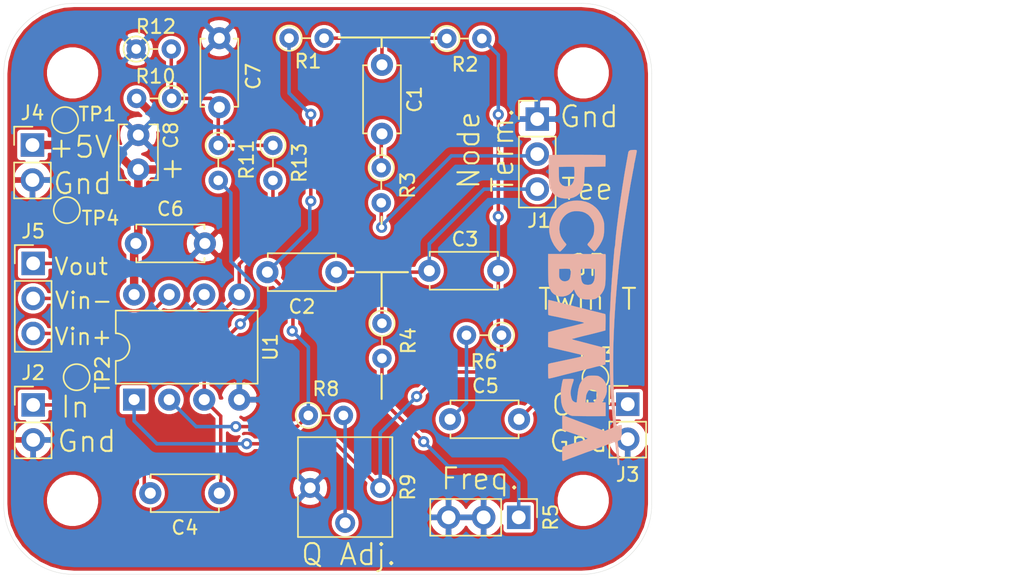
<source format=kicad_pcb>
(kicad_pcb (version 20171130) (host pcbnew 5.1.9+dfsg1-1)
  (layers (0 F.Cu signal) (31 B.Cu signal) (34 B.Paste user hide) (35 F.Paste user) (36 B.SilkS user) (37 F.SilkS user) (38 B.Mask user hide) (39 F.Mask user hide) (44 Edge.Cuts user))
  (net 0 "")
  (net 1 GNDREF)
  (net 2 "Net-(C4-Pad1)")
  (net 3 "Net-(C2-Pad1)")
  (net 4 "Net-(C2-Pad2)")
  (net 5 +5V)
  (net 6 /Vbias)
  (net 7 /Out)
  (net 8 "Net-(C1-Pad1)")
  (net 9 "Net-(C1-Pad2)")
  (net 10 "Net-(C3-Pad1)")
  (net 11 /In)
  (net 12 "Net-(C5-Pad2)")
  (net 13 "Net-(J1-Pad2)")
  (net 14 "Net-(R4-Pad2)")
  (net 15 "Net-(R8-Pad2)")
  (net 16 /Vout)
  (net 17 /Vin-)
  (net 18 /Vin+)
  (module "_Custom_Footprints:pcb way logo" (layer B.Cu) (at 131.3434 77.0128 270)
    (fp_text reference G*** hide)
    (fp_text value LOGO hide)
  )
  (module MountingHole:MountingHole_3.2mm_M3 (layer F.Cu) (at 92.6338 92.9386)
    (fp_text reference MH1 hide)
    (fp_text value MountingHole)
    (pad "" np_thru_hole circle (at 0.3662 -1.9386) (size 3.2 3.2) (drill 3.2) (layers *.Cu *.Mask))
  )
  (module MountingHole:MountingHole_3.2mm_M3 (layer F.Cu) (at 92.1258 59.2074)
    (fp_text reference MH2 hide)
    (fp_text value MountingHole)
    (pad "" np_thru_hole circle (at 0.8742 0.7926) (size 3.2 3.2) (drill 3.2) (layers *.Cu *.Mask))
  )
  (module MountingHole:MountingHole_3.2mm_M3 (layer F.Cu) (at 158.4706 58.6232)
    (fp_text reference MH3 hide)
    (fp_text value MountingHole)
    (pad "" np_thru_hole circle (at -28.4706 1.3768) (size 3.2 3.2) (drill 3.2) (layers *.Cu *.Mask))
  )
  (module MountingHole:MountingHole_3.2mm_M3 (layer F.Cu) (at 158.3182 93.0402)
    (fp_text reference MH4 hide)
    (fp_text value MountingHole)
    (pad "" np_thru_hole circle (at -28.3182 -2.0402) (size 3.2 3.2) (drill 3.2) (layers *.Cu *.Mask))
  )
  (module Capacitor_THT:C_Disc_D4.7mm_W2.5mm_P5.00mm (layer F.Cu) (at 115.4176 64.4144 90)
    (fp_text reference C1 (at 2.5 2.3622 90) (layer F.SilkS))
    (fp_text value 6n8)
    (pad 1 thru_hole circle (at 0 0 90) (size 1.6 1.6) (drill 0.8) (layers *.Cu *.Mask) (net 8 "Net-(C1-Pad1)"))
    (pad 2 thru_hole circle (at 5 0 90) (size 1.6 1.6) (drill 0.8) (layers *.Cu *.Mask) (net 9 "Net-(C1-Pad2)"))
  )
  (module Capacitor_THT:C_Disc_D4.7mm_W2.5mm_P5.00mm (layer F.Cu) (at 112.1156 74.4474 180)
    (fp_text reference C2 (at 2.5 -2.5) (layer F.SilkS))
    (fp_text value 10n)
    (pad 1 thru_hole circle (at 0 0 180) (size 1.6 1.6) (drill 0.8) (layers *.Cu *.Mask) (net 3 "Net-(C2-Pad1)"))
    (pad 2 thru_hole circle (at 5 0 180) (size 1.6 1.6) (drill 0.8) (layers *.Cu *.Mask) (net 4 "Net-(C2-Pad2)"))
  )
  (module Capacitor_THT:C_Disc_D4.7mm_W2.5mm_P5.00mm (layer F.Cu) (at 123.8466 74.3458 180)
    (fp_text reference C3 (at 2.413 2.286) (layer F.SilkS))
    (fp_text value 22n)
    (pad 2 thru_hole circle (at 5 0 180) (size 1.6 1.6) (drill 0.8) (layers *.Cu *.Mask) (net 3 "Net-(C2-Pad1)"))
    (pad 1 thru_hole circle (at 0 0 180) (size 1.6 1.6) (drill 0.8) (layers *.Cu *.Mask) (net 10 "Net-(C3-Pad1)"))
  )
  (module Capacitor_THT:C_Disc_D4.7mm_W2.5mm_P5.00mm (layer F.Cu) (at 103.632 90.4748 180)
    (fp_text reference C4 (at 2.5 -2.5) (layer F.SilkS))
    (fp_text value 680nF)
    (pad 2 thru_hole circle (at 5 0 180) (size 1.6 1.6) (drill 0.8) (layers *.Cu *.Mask) (net 11 /In))
    (pad 1 thru_hole circle (at 0 0 180) (size 1.6 1.6) (drill 0.8) (layers *.Cu *.Mask) (net 2 "Net-(C4-Pad1)"))
  )
  (module Capacitor_THT:C_Disc_D4.7mm_W2.5mm_P5.00mm (layer F.Cu) (at 125.349 85.1154 180)
    (fp_text reference C5 (at 2.4384 2.413) (layer F.SilkS))
    (fp_text value 680nF)
    (pad 2 thru_hole circle (at 5 0 180) (size 1.6 1.6) (drill 0.8) (layers *.Cu *.Mask) (net 12 "Net-(C5-Pad2)"))
    (pad 1 thru_hole circle (at 0 0 180) (size 1.6 1.6) (drill 0.8) (layers *.Cu *.Mask) (net 7 /Out))
  )
  (module Capacitor_THT:C_Disc_D4.7mm_W2.5mm_P5.00mm (layer F.Cu) (at 97.5868 72.3646)
    (fp_text reference C6 (at 2.5 -2.5) (layer F.SilkS))
    (fp_text value 100nF)
    (pad 1 thru_hole circle (at 0 0) (size 1.6 1.6) (drill 0.8) (layers *.Cu *.Mask) (net 5 +5V))
    (pad 2 thru_hole circle (at 5 0) (size 1.6 1.6) (drill 0.8) (layers *.Cu *.Mask) (net 1 GNDREF))
  )
  (module Capacitor_THT:C_Disc_D4.7mm_W2.5mm_P5.00mm (layer F.Cu) (at 103.632 62.484 90)
    (fp_text reference C7 (at 2.2352 2.4638 90) (layer F.SilkS))
    (fp_text value 100nF)
    (pad 1 thru_hole circle (at 0 0 90) (size 1.6 1.6) (drill 0.8) (layers *.Cu *.Mask) (net 6 /Vbias))
    (pad 2 thru_hole circle (at 5 0 90) (size 1.6 1.6) (drill 0.8) (layers *.Cu *.Mask) (net 1 GNDREF))
  )
  (module Capacitor_THT:C_Disc_D3.8mm_W2.6mm_P2.50mm (layer F.Cu) (at 97.7646 67.0052 90)
    (fp_text reference C8 (at 2.4892 2.3622 90) (layer F.SilkS))
    (fp_text value 4.7uF)
    (pad 1 thru_hole circle (at 0 0 90) (size 1.6 1.6) (drill 0.8) (layers *.Cu *.Mask) (net 5 +5V))
    (pad 2 thru_hole circle (at 2.5 0 90) (size 1.6 1.6) (drill 0.8) (layers *.Cu *.Mask) (net 1 GNDREF))
  )
  (module Connector_PinHeader_2.54mm:PinHeader_1x03_P2.54mm_Vertical (layer F.Cu) (at 126.6698 63.3476)
    (fp_text reference J1 (at 0.127 7.366) (layer F.SilkS))
    (fp_text value Conn_01x03)
    (pad 3 thru_hole oval (at 0 5.08) (size 1.7 1.7) (drill 1) (layers *.Cu *.Mask) (net 3 "Net-(C2-Pad1)"))
    (pad 2 thru_hole oval (at 0 2.54) (size 1.7 1.7) (drill 1) (layers *.Cu *.Mask) (net 13 "Net-(J1-Pad2)"))
    (pad 1 thru_hole rect (at 0 0) (size 1.7 1.7) (drill 1) (layers *.Cu *.Mask) (net 1 GNDREF))
  )
  (module Connector_PinHeader_2.54mm:PinHeader_1x02_P2.54mm_Vertical (layer F.Cu) (at 90.1446 84.074)
    (fp_text reference J2 (at 0 -2.33) (layer F.SilkS))
    (fp_text value Conn_01x02)
    (pad 1 thru_hole rect (at 0 0) (size 1.7 1.7) (drill 1) (layers *.Cu *.Mask) (net 11 /In))
    (pad 2 thru_hole oval (at 0 2.54) (size 1.7 1.7) (drill 1) (layers *.Cu *.Mask) (net 1 GNDREF))
  )
  (module Connector_PinHeader_2.54mm:PinHeader_1x02_P2.54mm_Vertical (layer F.Cu) (at 133.223 84.0232)
    (fp_text reference J3 (at 0 5.1054) (layer F.SilkS))
    (fp_text value Conn_01x02)
    (pad 1 thru_hole rect (at 0 0) (size 1.7 1.7) (drill 1) (layers *.Cu *.Mask) (net 7 /Out))
    (pad 2 thru_hole oval (at 0 2.54) (size 1.7 1.7) (drill 1) (layers *.Cu *.Mask) (net 1 GNDREF))
  )
  (module Connector_PinHeader_2.54mm:PinHeader_1x02_P2.54mm_Vertical (layer F.Cu) (at 90.0938 65.2272)
    (fp_text reference J4 (at 0 -2.33) (layer F.SilkS))
    (fp_text value Conn_01x02)
    (pad 2 thru_hole oval (at 0 2.54) (size 1.7 1.7) (drill 1) (layers *.Cu *.Mask) (net 1 GNDREF))
    (pad 1 thru_hole rect (at 0 0) (size 1.7 1.7) (drill 1) (layers *.Cu *.Mask) (net 5 +5V))
  )
  (module Resistor_THT:R_Axial_DIN0204_L3.6mm_D1.6mm_P2.54mm_Vertical (layer F.Cu) (at 108.6866 57.4802)
    (fp_text reference R1 (at 1.3716 1.6764) (layer F.SilkS))
    (fp_text value 18K)
    (pad 1 thru_hole circle (at 0 0) (size 1.4 1.4) (drill 0.7) (layers *.Cu *.Mask) (net 4 "Net-(C2-Pad2)"))
    (pad 2 thru_hole oval (at 2.54 0) (size 1.4 1.4) (drill 0.7) (layers *.Cu *.Mask) (net 9 "Net-(C1-Pad2)"))
  )
  (module Resistor_THT:R_Axial_DIN0204_L3.6mm_D1.6mm_P2.54mm_Vertical (layer F.Cu) (at 120.1166 57.5056)
    (fp_text reference R2 (at 1.3208 1.8796) (layer F.SilkS))
    (fp_text value 18K)
    (pad 2 thru_hole oval (at 2.54 0) (size 1.4 1.4) (drill 0.7) (layers *.Cu *.Mask) (net 10 "Net-(C3-Pad1)"))
    (pad 1 thru_hole circle (at 0 0) (size 1.4 1.4) (drill 0.7) (layers *.Cu *.Mask) (net 9 "Net-(C1-Pad2)"))
  )
  (module Resistor_THT:R_Axial_DIN0204_L3.6mm_D1.6mm_P2.54mm_Vertical (layer F.Cu) (at 115.3668 66.8782 270)
    (fp_text reference R3 (at 1.27 -1.92 90) (layer F.SilkS))
    (fp_text value 180K)
    (pad 2 thru_hole oval (at 2.54 0 270) (size 1.4 1.4) (drill 0.7) (layers *.Cu *.Mask) (net 13 "Net-(J1-Pad2)"))
    (pad 1 thru_hole circle (at 0 0 270) (size 1.4 1.4) (drill 0.7) (layers *.Cu *.Mask) (net 8 "Net-(C1-Pad1)"))
  )
  (module Resistor_THT:R_Axial_DIN0204_L3.6mm_D1.6mm_P2.54mm_Vertical (layer F.Cu) (at 115.4176 78.1558 270)
    (fp_text reference R4 (at 1.27 -1.92 90) (layer F.SilkS))
    (fp_text value 680)
    (pad 1 thru_hole circle (at 0 0 270) (size 1.4 1.4) (drill 0.7) (layers *.Cu *.Mask) (net 3 "Net-(C2-Pad1)"))
    (pad 2 thru_hole oval (at 2.54 0 270) (size 1.4 1.4) (drill 0.7) (layers *.Cu *.Mask) (net 14 "Net-(R4-Pad2)"))
  )
  (module Connector_PinHeader_2.54mm:PinHeader_1x03_P2.54mm_Vertical (layer F.Cu) (at 125.3236 92.2274 270)
    (fp_text reference R5 (at 0 -2.33 90) (layer F.SilkS))
    (fp_text value 10K)
    (pad 1 thru_hole rect (at 0 0 270) (size 1.7 1.7) (drill 1) (layers *.Cu *.Mask) (net 14 "Net-(R4-Pad2)"))
    (pad 2 thru_hole oval (at 0 2.54 270) (size 1.7 1.7) (drill 1) (layers *.Cu *.Mask) (net 1 GNDREF))
    (pad 3 thru_hole oval (at 0 5.08 270) (size 1.7 1.7) (drill 1) (layers *.Cu *.Mask) (net 1 GNDREF))
  )
  (module Resistor_THT:R_Axial_DIN0204_L3.6mm_D1.6mm_P2.54mm_Vertical (layer F.Cu) (at 124.079 79.0194 180)
    (fp_text reference R6 (at 1.27 -1.92) (layer F.SilkS))
    (fp_text value 100r)
    (pad 1 thru_hole circle (at 0 0 180) (size 1.4 1.4) (drill 0.7) (layers *.Cu *.Mask) (net 10 "Net-(C3-Pad1)"))
    (pad 2 thru_hole oval (at 2.54 0 180) (size 1.4 1.4) (drill 0.7) (layers *.Cu *.Mask) (net 12 "Net-(C5-Pad2)"))
  )
  (module Resistor_THT:R_Axial_DIN0204_L3.6mm_D1.6mm_P2.54mm_Vertical (layer F.Cu) (at 110.0836 84.836)
    (fp_text reference R8 (at 1.27 -1.92) (layer F.SilkS))
    (fp_text value 100K)
    (pad 2 thru_hole oval (at 2.54 0) (size 1.4 1.4) (drill 0.7) (layers *.Cu *.Mask) (net 15 "Net-(R8-Pad2)"))
    (pad 1 thru_hole circle (at 0 0) (size 1.4 1.4) (drill 0.7) (layers *.Cu *.Mask) (net 4 "Net-(C2-Pad2)"))
  )
  (module Potentiometer_THT:Potentiometer_Vishay_T73YP_Vertical (layer F.Cu) (at 110.2106 90.0938 270)
    (fp_text reference R9 (at -0.06 -7.09 90) (layer F.SilkS))
    (fp_text value 10K)
    (pad 3 thru_hole circle (at 0 -5.08 270) (size 1.44 1.44) (drill 0.8) (layers *.Cu *.Mask) (net 10 "Net-(C3-Pad1)"))
    (pad 2 thru_hole circle (at 2.54 -2.54 270) (size 1.44 1.44) (drill 0.8) (layers *.Cu *.Mask) (net 15 "Net-(R8-Pad2)"))
    (pad 1 thru_hole circle (at 0 0 270) (size 1.44 1.44) (drill 0.8) (layers *.Cu *.Mask) (net 1 GNDREF))
  )
  (module Resistor_THT:R_Axial_DIN0204_L3.6mm_D1.6mm_P2.54mm_Vertical (layer F.Cu) (at 100.1776 61.849 180)
    (fp_text reference R10 (at 1.1684 1.6002) (layer F.SilkS))
    (fp_text value 10K)
    (pad 2 thru_hole oval (at 2.54 0 180) (size 1.4 1.4) (drill 0.7) (layers *.Cu *.Mask) (net 5 +5V))
    (pad 1 thru_hole circle (at 0 0 180) (size 1.4 1.4) (drill 0.7) (layers *.Cu *.Mask) (net 6 /Vbias))
  )
  (module Resistor_THT:R_Axial_DIN0204_L3.6mm_D1.6mm_P2.54mm_Vertical (layer F.Cu) (at 103.5558 65.2526 270)
    (fp_text reference R11 (at 1.0414 -2.0574 90) (layer F.SilkS))
    (fp_text value 1M)
    (pad 1 thru_hole circle (at 0 0 270) (size 1.4 1.4) (drill 0.7) (layers *.Cu *.Mask) (net 6 /Vbias))
    (pad 2 thru_hole oval (at 2.54 0 270) (size 1.4 1.4) (drill 0.7) (layers *.Cu *.Mask) (net 2 "Net-(C4-Pad1)"))
  )
  (module Resistor_THT:R_Axial_DIN0204_L3.6mm_D1.6mm_P2.54mm_Vertical (layer F.Cu) (at 97.6122 58.2676)
    (fp_text reference R12 (at 1.4224 -1.6256) (layer F.SilkS))
    (fp_text value 4K3)
    (pad 1 thru_hole circle (at 0 0) (size 1.4 1.4) (drill 0.7) (layers *.Cu *.Mask) (net 1 GNDREF))
    (pad 2 thru_hole oval (at 2.54 0) (size 1.4 1.4) (drill 0.7) (layers *.Cu *.Mask) (net 6 /Vbias))
  )
  (module TestPoint:TestPoint_Pad_D1.5mm (layer F.Cu) (at 92.456 63.4238)
    (fp_text reference TP1 (at 2.3368 -0.4318) (layer F.SilkS))
    (fp_text value TestPoint)
    (pad 1 smd circle (at 0 0) (size 1.5 1.5) (layers F.Cu F.Mask) (net 5 +5V))
  )
  (module TestPoint:TestPoint_Pad_D1.5mm (layer F.Cu) (at 93.2942 82.0674)
    (fp_text reference TP2 (at 1.8796 -0.2032 90) (layer F.SilkS))
    (fp_text value TestPoint)
    (pad 1 smd circle (at 0 0) (size 1.5 1.5) (layers F.Cu F.Mask) (net 11 /In))
  )
  (module TestPoint:TestPoint_Pad_D1.5mm (layer F.Cu) (at 130.8862 82.0928)
    (fp_text reference TP3 (at 0 -1.648) (layer F.SilkS))
    (fp_text value TestPoint)
    (pad 1 smd circle (at 0 0) (size 1.5 1.5) (layers F.Cu F.Mask) (net 7 /Out))
  )
  (module TestPoint:TestPoint_Pad_D1.5mm (layer F.Cu) (at 92.583 69.9516)
    (fp_text reference TP4 (at 2.4384 0.5842) (layer F.SilkS))
    (fp_text value TestPoint)
    (pad 1 smd circle (at 0 0) (size 1.5 1.5) (layers F.Cu F.Mask) (net 1 GNDREF))
  )
  (module Package_DIP:DIP-8_W7.62mm (layer F.Cu) (at 97.4598 83.693 90)
    (fp_text reference U1 (at 3.81 9.8806 90) (layer F.SilkS))
    (fp_text value LM358)
    (pad 1 thru_hole rect (at 0 0 90) (size 1.6 1.6) (drill 0.8) (layers *.Cu *.Mask) (net 10 "Net-(C3-Pad1)"))
    (pad 5 thru_hole oval (at 7.62 7.62 90) (size 1.6 1.6) (drill 0.8) (layers *.Cu *.Mask) (net 18 /Vin+))
    (pad 2 thru_hole oval (at 0 2.54 90) (size 1.6 1.6) (drill 0.8) (layers *.Cu *.Mask) (net 4 "Net-(C2-Pad2)"))
    (pad 6 thru_hole oval (at 7.62 5.08 90) (size 1.6 1.6) (drill 0.8) (layers *.Cu *.Mask) (net 17 /Vin-))
    (pad 3 thru_hole oval (at 0 5.08 90) (size 1.6 1.6) (drill 0.8) (layers *.Cu *.Mask) (net 2 "Net-(C4-Pad1)"))
    (pad 7 thru_hole oval (at 7.62 2.54 90) (size 1.6 1.6) (drill 0.8) (layers *.Cu *.Mask) (net 16 /Vout))
    (pad 4 thru_hole oval (at 0 7.62 90) (size 1.6 1.6) (drill 0.8) (layers *.Cu *.Mask) (net 1 GNDREF))
    (pad 8 thru_hole oval (at 7.62 0 90) (size 1.6 1.6) (drill 0.8) (layers *.Cu *.Mask) (net 5 +5V))
  )
  (module Connector_PinHeader_2.54mm:PinHeader_1x03_P2.54mm_Vertical (layer F.Cu) (at 90.1446 73.8124)
    (fp_text reference J5 (at 0 -2.33) (layer F.SilkS))
    (fp_text value Conn_01x03)
    (pad 1 thru_hole rect (at 0 0) (size 1.7 1.7) (drill 1) (layers *.Cu *.Mask) (net 16 /Vout))
    (pad 2 thru_hole oval (at 0 2.54) (size 1.7 1.7) (drill 1) (layers *.Cu *.Mask) (net 17 /Vin-))
    (pad 3 thru_hole oval (at 0 5.08) (size 1.7 1.7) (drill 1) (layers *.Cu *.Mask) (net 18 /Vin+))
  )
  (module Resistor_THT:R_Axial_DIN0204_L3.6mm_D1.6mm_P2.54mm_Vertical (layer F.Cu) (at 107.5182 65.2526 270)
    (fp_text reference R13 (at 1.27 -1.92 90) (layer F.SilkS))
    (fp_text value 1M)
    (pad 1 thru_hole circle (at 0 0 270) (size 1.4 1.4) (drill 0.7) (layers *.Cu *.Mask) (net 6 /Vbias))
    (pad 2 thru_hole oval (at 2.54 0 270) (size 1.4 1.4) (drill 0.7) (layers *.Cu *.Mask) (net 18 /Vin+))
  )
  (gr_line (start 115.4176 65.4558) (end 115.4176 65.9384) (layer F.SilkS) (width 0.15))
  (gr_line (start 112.2934 57.4294) (end 118.8466 57.4294) (layer F.SilkS) (width 0.15))
  (gr_line (start 115.3922 57.4294) (end 115.3922 58.1406) (layer F.SilkS) (width 0.15))
  (gr_line (start 115.3922 70.4342) (end 115.3922 70.9422) (layer F.SilkS) (width 0.15))
  (gr_line (start 115.3922 81.8388) (end 115.3922 83.6422) (layer F.SilkS) (width 0.15))
  (gr_line (start 115.3922 74.4728) (end 115.3922 76.9366) (layer F.SilkS) (width 0.15))
  (gr_line (start 117.2972 74.4474) (end 113.5888 74.4474) (layer F.SilkS) (width 0.15))
  (gr_text "Vin+\n" (at 93.7768 79.121) (layer F.SilkS) (effects (font (size 1.2 1.2))))
  (gr_text Out (at 129.6162 84.074) (layer F.SilkS) (effects (font (size 1.524 1.524))))
  (gr_text "Q Adj." (at 113.0046 94.9198) (layer F.SilkS) (effects (font (size 1.524 1.524))))
  (gr_text Gnd (at 129.667 86.7156) (layer F.SilkS) (effects (font (size 1.524 1.524))))
  (gr_text "Vout\n" (at 93.6244 74.041) (layer F.SilkS) (effects (font (size 1.2 1.2))))
  (gr_text Gnd (at 94.0308 86.7156) (layer F.SilkS) (effects (font (size 1.524 1.524))))
  (gr_text Freq. (at 122.5296 89.4334) (layer F.SilkS) (effects (font (size 1.524 1.524))))
  (gr_text "Vin-\n" (at 93.8022 76.5048) (layer F.SilkS) (effects (font (size 1.2 1.2))))
  (gr_text + (at 100.2538 66.8528) (layer F.SilkS) (effects (font (size 1.524 1.524))))
  (gr_text +5V (at 93.5736 65.3796) (layer F.SilkS) (effects (font (size 1.524 1.524))))
  (gr_text Gnd (at 93.726 68.0212) (layer F.SilkS) (effects (font (size 1.524 1.524))))
  (gr_text "In\n" (at 93.1926 84.2264) (layer F.SilkS) (effects (font (size 1.524 1.524))))
  (gr_text "Node\nTerm." (at 122.936 65.6082 90) (layer F.SilkS) (effects (font (size 1.524 1.524))))
  (gr_text "Gnd\n" (at 130.429 63.1698) (layer F.SilkS) (effects (font (size 1.524 1.524))))
  (gr_text "Tee\n" (at 130.2766 68.4276) (layer F.SilkS) (effects (font (size 1.524 1.524))))
  (gr_arc (start 93.091 91.284) (end 88.011 91.284) (angle -90) (layer Edge.Cuts) (width 0.0254))
  (gr_text "GR\nTwin T" (at 130.302 75.184) (layer F.SilkS) (effects (font (size 1.524 1.524))))
  (gr_arc (start 129.88 91.284) (end 129.88 96.364) (angle -90) (layer Edge.Cuts) (width 0.0254))
  (gr_arc (start 129.88 60.038) (end 134.96 60.038) (angle -90) (layer Edge.Cuts) (width 0.0254))
  (gr_arc (start 93.091 60.038) (end 93.091 54.958) (angle -90) (layer Edge.Cuts) (width 0.0254))
  (gr_line (start 88.011 91.284) (end 88.011 60.038) (layer Edge.Cuts) (width 0.0254))
  (gr_line (start 129.88 96.364) (end 93.091 96.364) (layer Edge.Cuts) (width 0.0254))
  (gr_line (start 134.96 60.038) (end 134.96 91.284) (layer Edge.Cuts) (width 0.0254))
  (gr_line (start 93.091 54.958) (end 129.88 54.958) (layer Edge.Cuts) (width 0.0254))
  (segment (start 118.745 74.4474) (end 118.8466 74.3458) (width 0.254) (layer F.Cu) (net 3))
  (segment (start 115.4176 78.1558) (end 115.4176 74.4474) (width 0.254) (layer F.Cu) (net 3))
  (segment (start 115.4176 74.4474) (end 118.745 74.4474) (width 0.254) (layer F.Cu) (net 3))
  (segment (start 112.1156 74.4474) (end 115.4176 74.4474) (width 0.254) (layer F.Cu) (net 3))
  (segment (start 118.8466 72.39) (end 118.8466 74.3458) (width 0.254) (layer B.Cu) (net 3))
  (segment (start 122.809 68.4276) (end 118.8466 72.39) (width 0.254) (layer B.Cu) (net 3))
  (segment (start 126.6698 68.4276) (end 122.809 68.4276) (width 0.254) (layer B.Cu) (net 3))
  (segment (start 110.0836 84.836) (end 109.2708 85.6488) (width 0.254) (layer F.Cu) (net 4))
  (segment (start 109.2708 85.6488) (end 104.8258 85.6488) (width 0.254) (layer F.Cu) (net 4))
  (via (at 104.8258 85.6488) (size 0.8) (drill 0.4) (layers F.Cu B.Cu) (net 4))
  (segment (start 101.9556 85.6488) (end 99.9998 83.693) (width 0.254) (layer B.Cu) (net 4))
  (segment (start 104.8258 85.6488) (end 101.9556 85.6488) (width 0.254) (layer B.Cu) (net 4))
  (segment (start 110.0836 84.836) (end 110.0836 79.883) (width 0.254) (layer B.Cu) (net 4))
  (via (at 108.9152 78.7146) (size 0.8) (drill 0.4) (layers F.Cu B.Cu) (net 4))
  (segment (start 110.0836 79.883) (end 108.9152 78.7146) (width 0.254) (layer B.Cu) (net 4))
  (segment (start 108.966 76.2978) (end 107.1156 74.4474) (width 0.254) (layer F.Cu) (net 4))
  (segment (start 108.966 78.6638) (end 108.966 76.2978) (width 0.254) (layer F.Cu) (net 4))
  (segment (start 108.9152 78.7146) (end 108.966 78.6638) (width 0.254) (layer F.Cu) (net 4))
  (segment (start 108.6866 57.4802) (end 108.6866 61.468) (width 0.254) (layer B.Cu) (net 4))
  (via (at 110.2614 62.992) (size 0.8) (drill 0.4) (layers F.Cu B.Cu) (net 4))
  (segment (start 110.2106 62.992) (end 110.2614 62.992) (width 0.254) (layer B.Cu) (net 4))
  (segment (start 108.6866 61.468) (end 110.2106 62.992) (width 0.254) (layer B.Cu) (net 4))
  (segment (start 110.2614 62.992) (end 110.2614 69.2912) (width 0.254) (layer F.Cu) (net 4))
  (via (at 110.2614 69.2912) (size 0.8) (drill 0.4) (layers F.Cu B.Cu) (net 4))
  (segment (start 107.1156 74.4474) (end 110.1852 71.3778) (width 0.254) (layer B.Cu) (net 4))
  (segment (start 110.1852 69.3674) (end 110.2614 69.2912) (width 0.254) (layer B.Cu) (net 4))
  (segment (start 110.1852 71.3778) (end 110.1852 69.3674) (width 0.254) (layer B.Cu) (net 4))
  (segment (start 97.282 61.849) (end 97.6376 61.849) (width 0.6096) (layer F.Cu) (net 5))
  (segment (start 97.7646 72.1868) (end 97.5868 72.3646) (width 0.6096) (layer F.Cu) (net 5))
  (segment (start 97.7646 67.0052) (end 97.7646 72.1868) (width 0.6096) (layer F.Cu) (net 5))
  (segment (start 97.4598 72.4916) (end 97.5868 72.3646) (width 0.6096) (layer F.Cu) (net 5))
  (segment (start 97.4598 76.073) (end 97.4598 72.4916) (width 0.6096) (layer F.Cu) (net 5))
  (segment (start 91.694 65.2272) (end 90.0938 65.2272) (width 0.6096) (layer F.Cu) (net 5))
  (segment (start 97.4344 67.0052) (end 95.6564 65.2272) (width 0.6096) (layer F.Cu) (net 5))
  (segment (start 97.7646 67.0052) (end 97.4344 67.0052) (width 0.6096) (layer F.Cu) (net 5))
  (segment (start 97.7646 67.0052) (end 99.3648 67.0052) (width 0.6096) (layer F.Cu) (net 5))
  (segment (start 99.3648 67.0052) (end 99.8982 66.4718) (width 0.6096) (layer F.Cu) (net 5))
  (segment (start 99.8982 64.1096) (end 97.6376 61.849) (width 0.6096) (layer F.Cu) (net 5))
  (segment (start 99.8982 66.4718) (end 99.8982 64.1096) (width 0.6096) (layer F.Cu) (net 5))
  (segment (start 92.456 65.1764) (end 92.5068 65.2272) (width 0.254) (layer F.Cu) (net 5))
  (segment (start 92.456 63.4238) (end 92.456 65.1764) (width 0.254) (layer F.Cu) (net 5))
  (segment (start 92.5068 65.2272) (end 91.694 65.2272) (width 0.6096) (layer F.Cu) (net 5))
  (segment (start 95.6564 65.2272) (end 92.5068 65.2272) (width 0.6096) (layer F.Cu) (net 5))
  (segment (start 100.1522 61.8236) (end 100.1776 61.849) (width 0.254) (layer F.Cu) (net 6))
  (segment (start 100.1522 58.2676) (end 100.1522 61.8236) (width 0.254) (layer F.Cu) (net 6))
  (segment (start 102.997 61.849) (end 103.632 62.484) (width 0.254) (layer F.Cu) (net 6))
  (segment (start 100.1776 61.849) (end 102.997 61.849) (width 0.254) (layer F.Cu) (net 6))
  (segment (start 103.5558 62.5602) (end 103.632 62.484) (width 0.254) (layer F.Cu) (net 6))
  (segment (start 103.5558 65.2526) (end 103.5558 62.5602) (width 0.254) (layer F.Cu) (net 6))
  (segment (start 103.5558 65.2526) (end 107.5182 65.2526) (width 0.254) (layer F.Cu) (net 6))
  (segment (start 126.4412 84.0232) (end 125.349 85.1154) (width 0.254) (layer F.Cu) (net 7))
  (segment (start 130.8862 83.8962) (end 131.0132 84.0232) (width 0.254) (layer F.Cu) (net 7))
  (segment (start 130.8862 82.0928) (end 130.8862 83.8962) (width 0.254) (layer F.Cu) (net 7))
  (segment (start 131.0132 84.0232) (end 126.4412 84.0232) (width 0.254) (layer F.Cu) (net 7))
  (segment (start 133.223 84.0232) (end 131.0132 84.0232) (width 0.254) (layer F.Cu) (net 7))
  (segment (start 115.3668 64.4652) (end 115.4176 64.4144) (width 0.254) (layer F.Cu) (net 8))
  (segment (start 115.3668 66.8782) (end 115.3668 64.4652) (width 0.254) (layer F.Cu) (net 8))
  (segment (start 120.0912 57.4802) (end 120.1166 57.5056) (width 0.254) (layer F.Cu) (net 9))
  (segment (start 115.4176 57.531) (end 115.3668 57.4802) (width 0.254) (layer F.Cu) (net 9))
  (segment (start 115.4176 59.4144) (end 115.4176 57.531) (width 0.254) (layer F.Cu) (net 9))
  (segment (start 115.3668 57.4802) (end 120.0912 57.4802) (width 0.254) (layer F.Cu) (net 9))
  (segment (start 111.2266 57.4802) (end 115.3668 57.4802) (width 0.254) (layer F.Cu) (net 9))
  (segment (start 97.4598 83.693) (end 97.4598 85.2424) (width 0.254) (layer B.Cu) (net 10))
  (segment (start 97.4598 85.2424) (end 99.1108 86.8934) (width 0.254) (layer B.Cu) (net 10))
  (via (at 105.6132 86.8934) (size 0.8) (drill 0.4) (layers F.Cu B.Cu) (net 10))
  (segment (start 99.1108 86.8934) (end 105.6132 86.8934) (width 0.254) (layer B.Cu) (net 10))
  (segment (start 112.0902 86.8934) (end 115.2906 90.0938) (width 0.254) (layer F.Cu) (net 10))
  (segment (start 105.6132 86.8934) (end 112.0902 86.8934) (width 0.254) (layer F.Cu) (net 10))
  (segment (start 115.2906 90.0938) (end 115.2906 86.106) (width 0.254) (layer B.Cu) (net 10))
  (via (at 117.9322 83.4644) (size 0.8) (drill 0.4) (layers F.Cu B.Cu) (net 10))
  (segment (start 115.2906 86.106) (end 117.9322 83.4644) (width 0.254) (layer B.Cu) (net 10))
  (segment (start 117.9322 83.4644) (end 119.7102 81.6864) (width 0.254) (layer F.Cu) (net 10))
  (segment (start 119.7102 81.6864) (end 123.5456 81.6864) (width 0.254) (layer F.Cu) (net 10))
  (segment (start 124.079 81.153) (end 124.079 79.0194) (width 0.254) (layer F.Cu) (net 10))
  (segment (start 123.5456 81.6864) (end 124.079 81.153) (width 0.254) (layer F.Cu) (net 10))
  (segment (start 123.8466 78.787) (end 124.079 79.0194) (width 0.254) (layer F.Cu) (net 10))
  (segment (start 123.8466 74.3458) (end 123.8466 78.787) (width 0.254) (layer F.Cu) (net 10))
  (segment (start 123.8466 74.3458) (end 123.8466 70.4126) (width 0.254) (layer B.Cu) (net 10))
  (via (at 123.8466 70.4126) (size 0.8) (drill 0.4) (layers F.Cu B.Cu) (net 10))
  (segment (start 123.8466 70.4126) (end 123.8466 63.0136) (width 0.254) (layer F.Cu) (net 10))
  (via (at 123.8466 63.0136) (size 0.8) (drill 0.4) (layers F.Cu B.Cu) (net 10))
  (segment (start 123.8466 58.6956) (end 122.6566 57.5056) (width 0.254) (layer B.Cu) (net 10))
  (segment (start 123.8466 63.0136) (end 123.8466 58.6956) (width 0.254) (layer B.Cu) (net 10))
  (segment (start 98.1964 87.8586) (end 98.1964 88.345) (width 0.254) (layer F.Cu) (net 11))
  (segment (start 94.4118 84.074) (end 98.1964 87.8586) (width 0.254) (layer F.Cu) (net 11))
  (segment (start 93.2942 83.82) (end 93.5482 84.074) (width 0.254) (layer F.Cu) (net 11))
  (segment (start 93.2942 82.0674) (end 93.2942 83.82) (width 0.254) (layer F.Cu) (net 11))
  (segment (start 93.5482 84.074) (end 94.4118 84.074) (width 0.254) (layer F.Cu) (net 11))
  (segment (start 90.1446 84.074) (end 93.5482 84.074) (width 0.254) (layer F.Cu) (net 11))
  (segment (start 121.539 83.9254) (end 120.349 85.1154) (width 0.254) (layer B.Cu) (net 12))
  (segment (start 121.539 79.0194) (end 121.539 83.9254) (width 0.254) (layer B.Cu) (net 12))
  (segment (start 115.3668 69.4182) (end 115.8494 69.4182) (width 0.254) (layer F.Cu) (net 13))
  (via (at 115.3922 71.1962) (size 0.8) (drill 0.4) (layers F.Cu B.Cu) (net 13))
  (segment (start 115.3668 71.1708) (end 115.3922 71.1962) (width 0.254) (layer F.Cu) (net 13))
  (segment (start 115.3668 69.4182) (end 115.3668 71.1708) (width 0.254) (layer F.Cu) (net 13))
  (segment (start 126.5428 66.0146) (end 126.6698 65.8876) (width 0.254) (layer B.Cu) (net 13))
  (segment (start 120.4468 66.0146) (end 126.5428 66.0146) (width 0.254) (layer B.Cu) (net 13))
  (segment (start 115.3922 71.0692) (end 120.4468 66.0146) (width 0.254) (layer B.Cu) (net 13))
  (segment (start 115.3922 71.1962) (end 115.3922 71.0692) (width 0.254) (layer B.Cu) (net 13))
  (segment (start 115.4176 80.6958) (end 115.4176 83.7184) (width 0.254) (layer F.Cu) (net 14))
  (via (at 118.4402 86.741) (size 0.8) (drill 0.4) (layers F.Cu B.Cu) (net 14))
  (segment (start 115.4176 83.7184) (end 118.4402 86.741) (width 0.254) (layer F.Cu) (net 14))
  (segment (start 118.4402 86.741) (end 120.2182 88.519) (width 0.254) (layer B.Cu) (net 14))
  (segment (start 120.2182 88.519) (end 124.1298 88.519) (width 0.254) (layer B.Cu) (net 14))
  (segment (start 125.3236 89.7128) (end 125.3236 92.2274) (width 0.254) (layer B.Cu) (net 14))
  (segment (start 124.1298 88.519) (end 125.3236 89.7128) (width 0.254) (layer B.Cu) (net 14))
  (segment (start 112.7506 84.963) (end 112.6236 84.836) (width 0.254) (layer B.Cu) (net 15))
  (segment (start 112.7506 92.6338) (end 112.7506 84.963) (width 0.254) (layer B.Cu) (net 15))
  (segment (start 99.9998 76.073) (end 98.3488 77.724) (width 0.254) (layer F.Cu) (net 16))
  (segment (start 98.3488 77.724) (end 95.9358 77.724) (width 0.254) (layer F.Cu) (net 16))
  (segment (start 95.9358 77.724) (end 94.1324 75.9206) (width 0.254) (layer F.Cu) (net 16))
  (segment (start 94.1324 75.9206) (end 94.1324 74.93) (width 0.254) (layer F.Cu) (net 16))
  (segment (start 93.0148 73.8124) (end 90.1446 73.8124) (width 0.254) (layer F.Cu) (net 16))
  (segment (start 94.1324 74.93) (end 93.0148 73.8124) (width 0.254) (layer F.Cu) (net 16))
  (segment (start 102.5398 76.073) (end 100.33 78.2828) (width 0.254) (layer F.Cu) (net 17))
  (segment (start 100.33 78.2828) (end 95.4278 78.2828) (width 0.254) (layer F.Cu) (net 17))
  (segment (start 93.4974 76.3524) (end 90.1446 76.3524) (width 0.254) (layer F.Cu) (net 17))
  (segment (start 95.4278 78.2828) (end 93.4974 76.3524) (width 0.254) (layer F.Cu) (net 17))
  (segment (start 102.2604 78.8924) (end 90.1446 78.8924) (width 0.254) (layer F.Cu) (net 18))
  (segment (start 105.0798 76.073) (end 102.2604 78.8924) (width 0.254) (layer F.Cu) (net 18))
  (segment (start 107.5182 71.4248) (end 107.5182 67.7926) (width 0.254) (layer F.Cu) (net 18))
  (segment (start 105.0798 73.8632) (end 107.5182 71.4248) (width 0.254) (layer F.Cu) (net 18))
  (segment (start 105.0798 76.073) (end 105.0798 73.8632) (width 0.254) (layer F.Cu) (net 18))
  (segment (start 102.5398 83.693) (end 102.5398 80.8228) (width 0.254) (layer F.Cu) (net 2))
  (via (at 105.156 78.2066) (size 0.8) (drill 0.4) (layers F.Cu B.Cu) (net 2))
  (segment (start 102.5398 80.8228) (end 105.156 78.2066) (width 0.254) (layer F.Cu) (net 2))
  (segment (start 104.4702 68.707) (end 103.5558 67.7926) (width 0.254) (layer B.Cu) (net 2))
  (segment (start 104.4702 73.66) (end 104.4702 68.707) (width 0.254) (layer B.Cu) (net 2))
  (segment (start 106.4514 75.6412) (end 104.4702 73.66) (width 0.254) (layer B.Cu) (net 2))
  (segment (start 106.4514 76.9112) (end 106.4514 75.6412) (width 0.254) (layer B.Cu) (net 2))
  (segment (start 105.156 78.2066) (end 106.4514 76.9112) (width 0.254) (layer B.Cu) (net 2))
  (segment (start 103.7336 84.8868) (end 102.5398 83.693) (width 0.254) (layer F.Cu) (net 2))
  (segment (start 103.7336 90.3732) (end 103.632 90.4748) (width 0.25) (layer F.Cu) (net 2))
  (segment (start 103.7336 84.8868) (end 103.7336 90.3732) (width 0.25) (layer F.Cu) (net 2))
  (segment (start 98.1964 90.0392) (end 98.632 90.4748) (width 0.25) (layer F.Cu) (net 11))
  (segment (start 98.1964 88.345) (end 98.1964 90.0392) (width 0.25) (layer F.Cu) (net 11))
  (zone (net 1) (net_name GNDREF) (layer F.Cu) (connect_pads (clearance 0.254)) (min_thickness 0.2032) (fill yes (arc_segments 32) (thermal_gap 0.508) (thermal_bridge_width 0.4064))
    (polygon (pts (xy 88.004609 54.778072) (xy 135.265775 54.798176) (xy 134.990226 97.144624) (xy 87.74176 97.01022)))
  )
  (zone (net 1) (net_name GNDREF) (layer B.Cu) (connect_pads (clearance 0.508)) (min_thickness 0.2032) (fill yes (arc_segments 32) (thermal_gap 0.762) (thermal_bridge_width 0.4064))
    (polygon (pts (xy 87.81807 54.74716) (xy 135.128055 55.079265) (xy 135.381945 97.219135) (xy 88.01354 97.01657)))
  )
)
</source>
